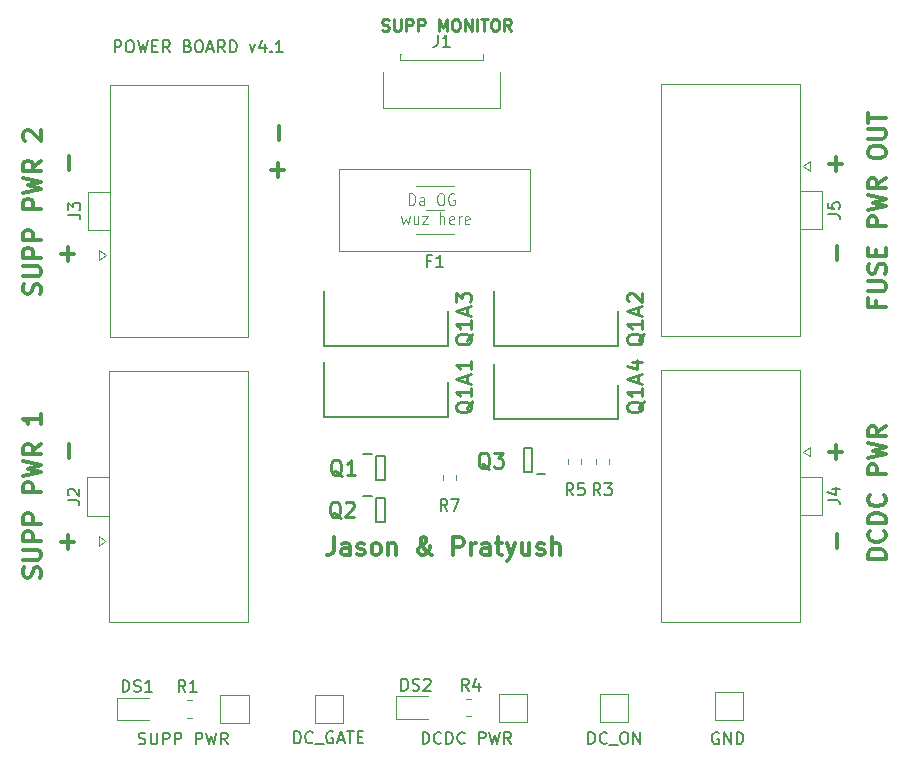
<source format=gbr>
G04 #@! TF.GenerationSoftware,KiCad,Pcbnew,(6.0.8)*
G04 #@! TF.CreationDate,2023-03-10T12:13:24-06:00*
G04 #@! TF.ProjectId,Power-Secondary,506f7765-722d-4536-9563-6f6e64617279,rev?*
G04 #@! TF.SameCoordinates,Original*
G04 #@! TF.FileFunction,Legend,Top*
G04 #@! TF.FilePolarity,Positive*
%FSLAX46Y46*%
G04 Gerber Fmt 4.6, Leading zero omitted, Abs format (unit mm)*
G04 Created by KiCad (PCBNEW (6.0.8)) date 2023-03-10 12:13:24*
%MOMM*%
%LPD*%
G01*
G04 APERTURE LIST*
%ADD10C,0.300000*%
%ADD11C,0.150000*%
%ADD12C,0.050000*%
%ADD13C,0.250000*%
%ADD14C,0.254000*%
%ADD15C,0.120000*%
%ADD16C,0.200000*%
G04 APERTURE END LIST*
D10*
X89344571Y-83927142D02*
X90487428Y-83927142D01*
X89916000Y-84498571D02*
X89916000Y-83355714D01*
D11*
X145034095Y-100084000D02*
X144938857Y-100036380D01*
X144796000Y-100036380D01*
X144653142Y-100084000D01*
X144557904Y-100179238D01*
X144510285Y-100274476D01*
X144462666Y-100464952D01*
X144462666Y-100607809D01*
X144510285Y-100798285D01*
X144557904Y-100893523D01*
X144653142Y-100988761D01*
X144796000Y-101036380D01*
X144891238Y-101036380D01*
X145034095Y-100988761D01*
X145081714Y-100941142D01*
X145081714Y-100607809D01*
X144891238Y-100607809D01*
X145510285Y-101036380D02*
X145510285Y-100036380D01*
X146081714Y-101036380D01*
X146081714Y-100036380D01*
X146557904Y-101036380D02*
X146557904Y-100036380D01*
X146796000Y-100036380D01*
X146938857Y-100084000D01*
X147034095Y-100179238D01*
X147081714Y-100274476D01*
X147129333Y-100464952D01*
X147129333Y-100607809D01*
X147081714Y-100798285D01*
X147034095Y-100893523D01*
X146938857Y-100988761D01*
X146796000Y-101036380D01*
X146557904Y-101036380D01*
D12*
X118850000Y-55397380D02*
X118850000Y-54397380D01*
X119064285Y-54397380D01*
X119192857Y-54445000D01*
X119278571Y-54540238D01*
X119321428Y-54635476D01*
X119364285Y-54825952D01*
X119364285Y-54968809D01*
X119321428Y-55159285D01*
X119278571Y-55254523D01*
X119192857Y-55349761D01*
X119064285Y-55397380D01*
X118850000Y-55397380D01*
X120135714Y-55397380D02*
X120135714Y-54873571D01*
X120092857Y-54778333D01*
X120007142Y-54730714D01*
X119835714Y-54730714D01*
X119750000Y-54778333D01*
X120135714Y-55349761D02*
X120050000Y-55397380D01*
X119835714Y-55397380D01*
X119750000Y-55349761D01*
X119707142Y-55254523D01*
X119707142Y-55159285D01*
X119750000Y-55064047D01*
X119835714Y-55016428D01*
X120050000Y-55016428D01*
X120135714Y-54968809D01*
X121421428Y-54397380D02*
X121592857Y-54397380D01*
X121678571Y-54445000D01*
X121764285Y-54540238D01*
X121807142Y-54730714D01*
X121807142Y-55064047D01*
X121764285Y-55254523D01*
X121678571Y-55349761D01*
X121592857Y-55397380D01*
X121421428Y-55397380D01*
X121335714Y-55349761D01*
X121250000Y-55254523D01*
X121207142Y-55064047D01*
X121207142Y-54730714D01*
X121250000Y-54540238D01*
X121335714Y-54445000D01*
X121421428Y-54397380D01*
X122664285Y-54445000D02*
X122578571Y-54397380D01*
X122450000Y-54397380D01*
X122321428Y-54445000D01*
X122235714Y-54540238D01*
X122192857Y-54635476D01*
X122150000Y-54825952D01*
X122150000Y-54968809D01*
X122192857Y-55159285D01*
X122235714Y-55254523D01*
X122321428Y-55349761D01*
X122450000Y-55397380D01*
X122535714Y-55397380D01*
X122664285Y-55349761D01*
X122707142Y-55302142D01*
X122707142Y-54968809D01*
X122535714Y-54968809D01*
X118185714Y-56340714D02*
X118357142Y-57007380D01*
X118528571Y-56531190D01*
X118700000Y-57007380D01*
X118871428Y-56340714D01*
X119600000Y-56340714D02*
X119600000Y-57007380D01*
X119214285Y-56340714D02*
X119214285Y-56864523D01*
X119257142Y-56959761D01*
X119342857Y-57007380D01*
X119471428Y-57007380D01*
X119557142Y-56959761D01*
X119600000Y-56912142D01*
X119942857Y-56340714D02*
X120414285Y-56340714D01*
X119942857Y-57007380D01*
X120414285Y-57007380D01*
X121442857Y-57007380D02*
X121442857Y-56007380D01*
X121828571Y-57007380D02*
X121828571Y-56483571D01*
X121785714Y-56388333D01*
X121700000Y-56340714D01*
X121571428Y-56340714D01*
X121485714Y-56388333D01*
X121442857Y-56435952D01*
X122600000Y-56959761D02*
X122514285Y-57007380D01*
X122342857Y-57007380D01*
X122257142Y-56959761D01*
X122214285Y-56864523D01*
X122214285Y-56483571D01*
X122257142Y-56388333D01*
X122342857Y-56340714D01*
X122514285Y-56340714D01*
X122600000Y-56388333D01*
X122642857Y-56483571D01*
X122642857Y-56578809D01*
X122214285Y-56674047D01*
X123028571Y-57007380D02*
X123028571Y-56340714D01*
X123028571Y-56531190D02*
X123071428Y-56435952D01*
X123114285Y-56388333D01*
X123200000Y-56340714D01*
X123285714Y-56340714D01*
X123928571Y-56959761D02*
X123842857Y-57007380D01*
X123671428Y-57007380D01*
X123585714Y-56959761D01*
X123542857Y-56864523D01*
X123542857Y-56483571D01*
X123585714Y-56388333D01*
X123671428Y-56340714D01*
X123842857Y-56340714D01*
X123928571Y-56388333D01*
X123971428Y-56483571D01*
X123971428Y-56578809D01*
X123542857Y-56674047D01*
D10*
X87607142Y-62928571D02*
X87678571Y-62714285D01*
X87678571Y-62357142D01*
X87607142Y-62214285D01*
X87535714Y-62142857D01*
X87392857Y-62071428D01*
X87250000Y-62071428D01*
X87107142Y-62142857D01*
X87035714Y-62214285D01*
X86964285Y-62357142D01*
X86892857Y-62642857D01*
X86821428Y-62785714D01*
X86750000Y-62857142D01*
X86607142Y-62928571D01*
X86464285Y-62928571D01*
X86321428Y-62857142D01*
X86250000Y-62785714D01*
X86178571Y-62642857D01*
X86178571Y-62285714D01*
X86250000Y-62071428D01*
X86178571Y-61428571D02*
X87392857Y-61428571D01*
X87535714Y-61357142D01*
X87607142Y-61285714D01*
X87678571Y-61142857D01*
X87678571Y-60857142D01*
X87607142Y-60714285D01*
X87535714Y-60642857D01*
X87392857Y-60571428D01*
X86178571Y-60571428D01*
X87678571Y-59857142D02*
X86178571Y-59857142D01*
X86178571Y-59285714D01*
X86250000Y-59142857D01*
X86321428Y-59071428D01*
X86464285Y-59000000D01*
X86678571Y-59000000D01*
X86821428Y-59071428D01*
X86892857Y-59142857D01*
X86964285Y-59285714D01*
X86964285Y-59857142D01*
X87678571Y-58357142D02*
X86178571Y-58357142D01*
X86178571Y-57785714D01*
X86250000Y-57642857D01*
X86321428Y-57571428D01*
X86464285Y-57500000D01*
X86678571Y-57500000D01*
X86821428Y-57571428D01*
X86892857Y-57642857D01*
X86964285Y-57785714D01*
X86964285Y-58357142D01*
X87678571Y-55714285D02*
X86178571Y-55714285D01*
X86178571Y-55142857D01*
X86250000Y-55000000D01*
X86321428Y-54928571D01*
X86464285Y-54857142D01*
X86678571Y-54857142D01*
X86821428Y-54928571D01*
X86892857Y-55000000D01*
X86964285Y-55142857D01*
X86964285Y-55714285D01*
X86178571Y-54357142D02*
X87678571Y-54000000D01*
X86607142Y-53714285D01*
X87678571Y-53428571D01*
X86178571Y-53071428D01*
X87678571Y-51642857D02*
X86964285Y-52142857D01*
X87678571Y-52500000D02*
X86178571Y-52500000D01*
X86178571Y-51928571D01*
X86250000Y-51785714D01*
X86321428Y-51714285D01*
X86464285Y-51642857D01*
X86678571Y-51642857D01*
X86821428Y-51714285D01*
X86892857Y-51785714D01*
X86964285Y-51928571D01*
X86964285Y-52500000D01*
X86321428Y-49928571D02*
X86250000Y-49857142D01*
X86178571Y-49714285D01*
X86178571Y-49357142D01*
X86250000Y-49214285D01*
X86321428Y-49142857D01*
X86464285Y-49071428D01*
X86607142Y-49071428D01*
X86821428Y-49142857D01*
X87678571Y-50000000D01*
X87678571Y-49071428D01*
X154368571Y-76307142D02*
X155511428Y-76307142D01*
X154940000Y-76878571D02*
X154940000Y-75735714D01*
X107124571Y-52431142D02*
X108267428Y-52431142D01*
X107696000Y-53002571D02*
X107696000Y-51859714D01*
D13*
X116547619Y-40604761D02*
X116690476Y-40652380D01*
X116928571Y-40652380D01*
X117023809Y-40604761D01*
X117071428Y-40557142D01*
X117119047Y-40461904D01*
X117119047Y-40366666D01*
X117071428Y-40271428D01*
X117023809Y-40223809D01*
X116928571Y-40176190D01*
X116738095Y-40128571D01*
X116642857Y-40080952D01*
X116595238Y-40033333D01*
X116547619Y-39938095D01*
X116547619Y-39842857D01*
X116595238Y-39747619D01*
X116642857Y-39700000D01*
X116738095Y-39652380D01*
X116976190Y-39652380D01*
X117119047Y-39700000D01*
X117547619Y-39652380D02*
X117547619Y-40461904D01*
X117595238Y-40557142D01*
X117642857Y-40604761D01*
X117738095Y-40652380D01*
X117928571Y-40652380D01*
X118023809Y-40604761D01*
X118071428Y-40557142D01*
X118119047Y-40461904D01*
X118119047Y-39652380D01*
X118595238Y-40652380D02*
X118595238Y-39652380D01*
X118976190Y-39652380D01*
X119071428Y-39700000D01*
X119119047Y-39747619D01*
X119166666Y-39842857D01*
X119166666Y-39985714D01*
X119119047Y-40080952D01*
X119071428Y-40128571D01*
X118976190Y-40176190D01*
X118595238Y-40176190D01*
X119595238Y-40652380D02*
X119595238Y-39652380D01*
X119976190Y-39652380D01*
X120071428Y-39700000D01*
X120119047Y-39747619D01*
X120166666Y-39842857D01*
X120166666Y-39985714D01*
X120119047Y-40080952D01*
X120071428Y-40128571D01*
X119976190Y-40176190D01*
X119595238Y-40176190D01*
X121357142Y-40652380D02*
X121357142Y-39652380D01*
X121690476Y-40366666D01*
X122023809Y-39652380D01*
X122023809Y-40652380D01*
X122690476Y-39652380D02*
X122880952Y-39652380D01*
X122976190Y-39700000D01*
X123071428Y-39795238D01*
X123119047Y-39985714D01*
X123119047Y-40319047D01*
X123071428Y-40509523D01*
X122976190Y-40604761D01*
X122880952Y-40652380D01*
X122690476Y-40652380D01*
X122595238Y-40604761D01*
X122500000Y-40509523D01*
X122452380Y-40319047D01*
X122452380Y-39985714D01*
X122500000Y-39795238D01*
X122595238Y-39700000D01*
X122690476Y-39652380D01*
X123547619Y-40652380D02*
X123547619Y-39652380D01*
X124119047Y-40652380D01*
X124119047Y-39652380D01*
X124595238Y-40652380D02*
X124595238Y-39652380D01*
X124928571Y-39652380D02*
X125500000Y-39652380D01*
X125214285Y-40652380D02*
X125214285Y-39652380D01*
X126023809Y-39652380D02*
X126214285Y-39652380D01*
X126309523Y-39700000D01*
X126404761Y-39795238D01*
X126452380Y-39985714D01*
X126452380Y-40319047D01*
X126404761Y-40509523D01*
X126309523Y-40604761D01*
X126214285Y-40652380D01*
X126023809Y-40652380D01*
X125928571Y-40604761D01*
X125833333Y-40509523D01*
X125785714Y-40319047D01*
X125785714Y-39985714D01*
X125833333Y-39795238D01*
X125928571Y-39700000D01*
X126023809Y-39652380D01*
X127452380Y-40652380D02*
X127119047Y-40176190D01*
X126880952Y-40652380D02*
X126880952Y-39652380D01*
X127261904Y-39652380D01*
X127357142Y-39700000D01*
X127404761Y-39747619D01*
X127452380Y-39842857D01*
X127452380Y-39985714D01*
X127404761Y-40080952D01*
X127357142Y-40128571D01*
X127261904Y-40176190D01*
X126880952Y-40176190D01*
D11*
X93904761Y-42452380D02*
X93904761Y-41452380D01*
X94285714Y-41452380D01*
X94380952Y-41500000D01*
X94428571Y-41547619D01*
X94476190Y-41642857D01*
X94476190Y-41785714D01*
X94428571Y-41880952D01*
X94380952Y-41928571D01*
X94285714Y-41976190D01*
X93904761Y-41976190D01*
X95095238Y-41452380D02*
X95285714Y-41452380D01*
X95380952Y-41500000D01*
X95476190Y-41595238D01*
X95523809Y-41785714D01*
X95523809Y-42119047D01*
X95476190Y-42309523D01*
X95380952Y-42404761D01*
X95285714Y-42452380D01*
X95095238Y-42452380D01*
X95000000Y-42404761D01*
X94904761Y-42309523D01*
X94857142Y-42119047D01*
X94857142Y-41785714D01*
X94904761Y-41595238D01*
X95000000Y-41500000D01*
X95095238Y-41452380D01*
X95857142Y-41452380D02*
X96095238Y-42452380D01*
X96285714Y-41738095D01*
X96476190Y-42452380D01*
X96714285Y-41452380D01*
X97095238Y-41928571D02*
X97428571Y-41928571D01*
X97571428Y-42452380D02*
X97095238Y-42452380D01*
X97095238Y-41452380D01*
X97571428Y-41452380D01*
X98571428Y-42452380D02*
X98238095Y-41976190D01*
X98000000Y-42452380D02*
X98000000Y-41452380D01*
X98380952Y-41452380D01*
X98476190Y-41500000D01*
X98523809Y-41547619D01*
X98571428Y-41642857D01*
X98571428Y-41785714D01*
X98523809Y-41880952D01*
X98476190Y-41928571D01*
X98380952Y-41976190D01*
X98000000Y-41976190D01*
X100095238Y-41928571D02*
X100238095Y-41976190D01*
X100285714Y-42023809D01*
X100333333Y-42119047D01*
X100333333Y-42261904D01*
X100285714Y-42357142D01*
X100238095Y-42404761D01*
X100142857Y-42452380D01*
X99761904Y-42452380D01*
X99761904Y-41452380D01*
X100095238Y-41452380D01*
X100190476Y-41500000D01*
X100238095Y-41547619D01*
X100285714Y-41642857D01*
X100285714Y-41738095D01*
X100238095Y-41833333D01*
X100190476Y-41880952D01*
X100095238Y-41928571D01*
X99761904Y-41928571D01*
X100952380Y-41452380D02*
X101142857Y-41452380D01*
X101238095Y-41500000D01*
X101333333Y-41595238D01*
X101380952Y-41785714D01*
X101380952Y-42119047D01*
X101333333Y-42309523D01*
X101238095Y-42404761D01*
X101142857Y-42452380D01*
X100952380Y-42452380D01*
X100857142Y-42404761D01*
X100761904Y-42309523D01*
X100714285Y-42119047D01*
X100714285Y-41785714D01*
X100761904Y-41595238D01*
X100857142Y-41500000D01*
X100952380Y-41452380D01*
X101761904Y-42166666D02*
X102238095Y-42166666D01*
X101666666Y-42452380D02*
X102000000Y-41452380D01*
X102333333Y-42452380D01*
X103238095Y-42452380D02*
X102904761Y-41976190D01*
X102666666Y-42452380D02*
X102666666Y-41452380D01*
X103047619Y-41452380D01*
X103142857Y-41500000D01*
X103190476Y-41547619D01*
X103238095Y-41642857D01*
X103238095Y-41785714D01*
X103190476Y-41880952D01*
X103142857Y-41928571D01*
X103047619Y-41976190D01*
X102666666Y-41976190D01*
X103666666Y-42452380D02*
X103666666Y-41452380D01*
X103904761Y-41452380D01*
X104047619Y-41500000D01*
X104142857Y-41595238D01*
X104190476Y-41690476D01*
X104238095Y-41880952D01*
X104238095Y-42023809D01*
X104190476Y-42214285D01*
X104142857Y-42309523D01*
X104047619Y-42404761D01*
X103904761Y-42452380D01*
X103666666Y-42452380D01*
X105333333Y-41785714D02*
X105571428Y-42452380D01*
X105809523Y-41785714D01*
X106619047Y-41785714D02*
X106619047Y-42452380D01*
X106380952Y-41404761D02*
X106142857Y-42119047D01*
X106761904Y-42119047D01*
X107142857Y-42357142D02*
X107190476Y-42404761D01*
X107142857Y-42452380D01*
X107095238Y-42404761D01*
X107142857Y-42357142D01*
X107142857Y-42452380D01*
X108142857Y-42452380D02*
X107571428Y-42452380D01*
X107857142Y-42452380D02*
X107857142Y-41452380D01*
X107761904Y-41595238D01*
X107666666Y-41690476D01*
X107571428Y-41738095D01*
D10*
X90023142Y-76771428D02*
X90023142Y-75628571D01*
X159174571Y-85327428D02*
X157674571Y-85327428D01*
X157674571Y-84970285D01*
X157746000Y-84756000D01*
X157888857Y-84613142D01*
X158031714Y-84541714D01*
X158317428Y-84470285D01*
X158531714Y-84470285D01*
X158817428Y-84541714D01*
X158960285Y-84613142D01*
X159103142Y-84756000D01*
X159174571Y-84970285D01*
X159174571Y-85327428D01*
X159031714Y-82970285D02*
X159103142Y-83041714D01*
X159174571Y-83256000D01*
X159174571Y-83398857D01*
X159103142Y-83613142D01*
X158960285Y-83756000D01*
X158817428Y-83827428D01*
X158531714Y-83898857D01*
X158317428Y-83898857D01*
X158031714Y-83827428D01*
X157888857Y-83756000D01*
X157746000Y-83613142D01*
X157674571Y-83398857D01*
X157674571Y-83256000D01*
X157746000Y-83041714D01*
X157817428Y-82970285D01*
X159174571Y-82327428D02*
X157674571Y-82327428D01*
X157674571Y-81970285D01*
X157746000Y-81756000D01*
X157888857Y-81613142D01*
X158031714Y-81541714D01*
X158317428Y-81470285D01*
X158531714Y-81470285D01*
X158817428Y-81541714D01*
X158960285Y-81613142D01*
X159103142Y-81756000D01*
X159174571Y-81970285D01*
X159174571Y-82327428D01*
X159031714Y-79970285D02*
X159103142Y-80041714D01*
X159174571Y-80256000D01*
X159174571Y-80398857D01*
X159103142Y-80613142D01*
X158960285Y-80756000D01*
X158817428Y-80827428D01*
X158531714Y-80898857D01*
X158317428Y-80898857D01*
X158031714Y-80827428D01*
X157888857Y-80756000D01*
X157746000Y-80613142D01*
X157674571Y-80398857D01*
X157674571Y-80256000D01*
X157746000Y-80041714D01*
X157817428Y-79970285D01*
X159174571Y-78184571D02*
X157674571Y-78184571D01*
X157674571Y-77613142D01*
X157746000Y-77470285D01*
X157817428Y-77398857D01*
X157960285Y-77327428D01*
X158174571Y-77327428D01*
X158317428Y-77398857D01*
X158388857Y-77470285D01*
X158460285Y-77613142D01*
X158460285Y-78184571D01*
X157674571Y-76827428D02*
X159174571Y-76470285D01*
X158103142Y-76184571D01*
X159174571Y-75898857D01*
X157674571Y-75541714D01*
X159174571Y-74113142D02*
X158460285Y-74613142D01*
X159174571Y-74970285D02*
X157674571Y-74970285D01*
X157674571Y-74398857D01*
X157746000Y-74256000D01*
X157817428Y-74184571D01*
X157960285Y-74113142D01*
X158174571Y-74113142D01*
X158317428Y-74184571D01*
X158388857Y-74256000D01*
X158460285Y-74398857D01*
X158460285Y-74970285D01*
X90023142Y-52387428D02*
X90023142Y-51244571D01*
X87607142Y-86928571D02*
X87678571Y-86714285D01*
X87678571Y-86357142D01*
X87607142Y-86214285D01*
X87535714Y-86142857D01*
X87392857Y-86071428D01*
X87250000Y-86071428D01*
X87107142Y-86142857D01*
X87035714Y-86214285D01*
X86964285Y-86357142D01*
X86892857Y-86642857D01*
X86821428Y-86785714D01*
X86750000Y-86857142D01*
X86607142Y-86928571D01*
X86464285Y-86928571D01*
X86321428Y-86857142D01*
X86250000Y-86785714D01*
X86178571Y-86642857D01*
X86178571Y-86285714D01*
X86250000Y-86071428D01*
X86178571Y-85428571D02*
X87392857Y-85428571D01*
X87535714Y-85357142D01*
X87607142Y-85285714D01*
X87678571Y-85142857D01*
X87678571Y-84857142D01*
X87607142Y-84714285D01*
X87535714Y-84642857D01*
X87392857Y-84571428D01*
X86178571Y-84571428D01*
X87678571Y-83857142D02*
X86178571Y-83857142D01*
X86178571Y-83285714D01*
X86250000Y-83142857D01*
X86321428Y-83071428D01*
X86464285Y-83000000D01*
X86678571Y-83000000D01*
X86821428Y-83071428D01*
X86892857Y-83142857D01*
X86964285Y-83285714D01*
X86964285Y-83857142D01*
X87678571Y-82357142D02*
X86178571Y-82357142D01*
X86178571Y-81785714D01*
X86250000Y-81642857D01*
X86321428Y-81571428D01*
X86464285Y-81500000D01*
X86678571Y-81500000D01*
X86821428Y-81571428D01*
X86892857Y-81642857D01*
X86964285Y-81785714D01*
X86964285Y-82357142D01*
X87678571Y-79714285D02*
X86178571Y-79714285D01*
X86178571Y-79142857D01*
X86250000Y-79000000D01*
X86321428Y-78928571D01*
X86464285Y-78857142D01*
X86678571Y-78857142D01*
X86821428Y-78928571D01*
X86892857Y-79000000D01*
X86964285Y-79142857D01*
X86964285Y-79714285D01*
X86178571Y-78357142D02*
X87678571Y-78000000D01*
X86607142Y-77714285D01*
X87678571Y-77428571D01*
X86178571Y-77071428D01*
X87678571Y-75642857D02*
X86964285Y-76142857D01*
X87678571Y-76500000D02*
X86178571Y-76500000D01*
X86178571Y-75928571D01*
X86250000Y-75785714D01*
X86321428Y-75714285D01*
X86464285Y-75642857D01*
X86678571Y-75642857D01*
X86821428Y-75714285D01*
X86892857Y-75785714D01*
X86964285Y-75928571D01*
X86964285Y-76500000D01*
X87678571Y-73071428D02*
X87678571Y-73928571D01*
X87678571Y-73500000D02*
X86178571Y-73500000D01*
X86392857Y-73642857D01*
X86535714Y-73785714D01*
X86607142Y-73928571D01*
X155047142Y-60007428D02*
X155047142Y-58864571D01*
D11*
X95942595Y-101004761D02*
X96085452Y-101052380D01*
X96323547Y-101052380D01*
X96418785Y-101004761D01*
X96466404Y-100957142D01*
X96514023Y-100861904D01*
X96514023Y-100766666D01*
X96466404Y-100671428D01*
X96418785Y-100623809D01*
X96323547Y-100576190D01*
X96133071Y-100528571D01*
X96037833Y-100480952D01*
X95990214Y-100433333D01*
X95942595Y-100338095D01*
X95942595Y-100242857D01*
X95990214Y-100147619D01*
X96037833Y-100100000D01*
X96133071Y-100052380D01*
X96371166Y-100052380D01*
X96514023Y-100100000D01*
X96942595Y-100052380D02*
X96942595Y-100861904D01*
X96990214Y-100957142D01*
X97037833Y-101004761D01*
X97133071Y-101052380D01*
X97323547Y-101052380D01*
X97418785Y-101004761D01*
X97466404Y-100957142D01*
X97514023Y-100861904D01*
X97514023Y-100052380D01*
X97990214Y-101052380D02*
X97990214Y-100052380D01*
X98371166Y-100052380D01*
X98466404Y-100100000D01*
X98514023Y-100147619D01*
X98561642Y-100242857D01*
X98561642Y-100385714D01*
X98514023Y-100480952D01*
X98466404Y-100528571D01*
X98371166Y-100576190D01*
X97990214Y-100576190D01*
X98990214Y-101052380D02*
X98990214Y-100052380D01*
X99371166Y-100052380D01*
X99466404Y-100100000D01*
X99514023Y-100147619D01*
X99561642Y-100242857D01*
X99561642Y-100385714D01*
X99514023Y-100480952D01*
X99466404Y-100528571D01*
X99371166Y-100576190D01*
X98990214Y-100576190D01*
X100752119Y-101052380D02*
X100752119Y-100052380D01*
X101133071Y-100052380D01*
X101228309Y-100100000D01*
X101275928Y-100147619D01*
X101323547Y-100242857D01*
X101323547Y-100385714D01*
X101275928Y-100480952D01*
X101228309Y-100528571D01*
X101133071Y-100576190D01*
X100752119Y-100576190D01*
X101656880Y-100052380D02*
X101894976Y-101052380D01*
X102085452Y-100338095D01*
X102275928Y-101052380D01*
X102514023Y-100052380D01*
X103466404Y-101052380D02*
X103133071Y-100576190D01*
X102894976Y-101052380D02*
X102894976Y-100052380D01*
X103275928Y-100052380D01*
X103371166Y-100100000D01*
X103418785Y-100147619D01*
X103466404Y-100242857D01*
X103466404Y-100385714D01*
X103418785Y-100480952D01*
X103371166Y-100528571D01*
X103275928Y-100576190D01*
X102894976Y-100576190D01*
D10*
X112442857Y-83528571D02*
X112442857Y-84600000D01*
X112371428Y-84814285D01*
X112228571Y-84957142D01*
X112014285Y-85028571D01*
X111871428Y-85028571D01*
X113800000Y-85028571D02*
X113800000Y-84242857D01*
X113728571Y-84100000D01*
X113585714Y-84028571D01*
X113300000Y-84028571D01*
X113157142Y-84100000D01*
X113800000Y-84957142D02*
X113657142Y-85028571D01*
X113300000Y-85028571D01*
X113157142Y-84957142D01*
X113085714Y-84814285D01*
X113085714Y-84671428D01*
X113157142Y-84528571D01*
X113300000Y-84457142D01*
X113657142Y-84457142D01*
X113800000Y-84385714D01*
X114442857Y-84957142D02*
X114585714Y-85028571D01*
X114871428Y-85028571D01*
X115014285Y-84957142D01*
X115085714Y-84814285D01*
X115085714Y-84742857D01*
X115014285Y-84600000D01*
X114871428Y-84528571D01*
X114657142Y-84528571D01*
X114514285Y-84457142D01*
X114442857Y-84314285D01*
X114442857Y-84242857D01*
X114514285Y-84100000D01*
X114657142Y-84028571D01*
X114871428Y-84028571D01*
X115014285Y-84100000D01*
X115942857Y-85028571D02*
X115800000Y-84957142D01*
X115728571Y-84885714D01*
X115657142Y-84742857D01*
X115657142Y-84314285D01*
X115728571Y-84171428D01*
X115800000Y-84100000D01*
X115942857Y-84028571D01*
X116157142Y-84028571D01*
X116300000Y-84100000D01*
X116371428Y-84171428D01*
X116442857Y-84314285D01*
X116442857Y-84742857D01*
X116371428Y-84885714D01*
X116300000Y-84957142D01*
X116157142Y-85028571D01*
X115942857Y-85028571D01*
X117085714Y-84028571D02*
X117085714Y-85028571D01*
X117085714Y-84171428D02*
X117157142Y-84100000D01*
X117300000Y-84028571D01*
X117514285Y-84028571D01*
X117657142Y-84100000D01*
X117728571Y-84242857D01*
X117728571Y-85028571D01*
X120800000Y-85028571D02*
X120728571Y-85028571D01*
X120585714Y-84957142D01*
X120371428Y-84742857D01*
X120014285Y-84314285D01*
X119871428Y-84100000D01*
X119800000Y-83885714D01*
X119800000Y-83742857D01*
X119871428Y-83600000D01*
X120014285Y-83528571D01*
X120085714Y-83528571D01*
X120228571Y-83600000D01*
X120300000Y-83742857D01*
X120300000Y-83814285D01*
X120228571Y-83957142D01*
X120157142Y-84028571D01*
X119728571Y-84314285D01*
X119657142Y-84385714D01*
X119585714Y-84528571D01*
X119585714Y-84742857D01*
X119657142Y-84885714D01*
X119728571Y-84957142D01*
X119871428Y-85028571D01*
X120085714Y-85028571D01*
X120228571Y-84957142D01*
X120300000Y-84885714D01*
X120514285Y-84600000D01*
X120585714Y-84385714D01*
X120585714Y-84242857D01*
X122585714Y-85028571D02*
X122585714Y-83528571D01*
X123157142Y-83528571D01*
X123300000Y-83600000D01*
X123371428Y-83671428D01*
X123442857Y-83814285D01*
X123442857Y-84028571D01*
X123371428Y-84171428D01*
X123300000Y-84242857D01*
X123157142Y-84314285D01*
X122585714Y-84314285D01*
X124085714Y-85028571D02*
X124085714Y-84028571D01*
X124085714Y-84314285D02*
X124157142Y-84171428D01*
X124228571Y-84100000D01*
X124371428Y-84028571D01*
X124514285Y-84028571D01*
X125657142Y-85028571D02*
X125657142Y-84242857D01*
X125585714Y-84100000D01*
X125442857Y-84028571D01*
X125157142Y-84028571D01*
X125014285Y-84100000D01*
X125657142Y-84957142D02*
X125514285Y-85028571D01*
X125157142Y-85028571D01*
X125014285Y-84957142D01*
X124942857Y-84814285D01*
X124942857Y-84671428D01*
X125014285Y-84528571D01*
X125157142Y-84457142D01*
X125514285Y-84457142D01*
X125657142Y-84385714D01*
X126157142Y-84028571D02*
X126728571Y-84028571D01*
X126371428Y-83528571D02*
X126371428Y-84814285D01*
X126442857Y-84957142D01*
X126585714Y-85028571D01*
X126728571Y-85028571D01*
X127085714Y-84028571D02*
X127442857Y-85028571D01*
X127800000Y-84028571D02*
X127442857Y-85028571D01*
X127300000Y-85385714D01*
X127228571Y-85457142D01*
X127085714Y-85528571D01*
X129014285Y-84028571D02*
X129014285Y-85028571D01*
X128371428Y-84028571D02*
X128371428Y-84814285D01*
X128442857Y-84957142D01*
X128585714Y-85028571D01*
X128800000Y-85028571D01*
X128942857Y-84957142D01*
X129014285Y-84885714D01*
X129657142Y-84957142D02*
X129800000Y-85028571D01*
X130085714Y-85028571D01*
X130228571Y-84957142D01*
X130300000Y-84814285D01*
X130300000Y-84742857D01*
X130228571Y-84600000D01*
X130085714Y-84528571D01*
X129871428Y-84528571D01*
X129728571Y-84457142D01*
X129657142Y-84314285D01*
X129657142Y-84242857D01*
X129728571Y-84100000D01*
X129871428Y-84028571D01*
X130085714Y-84028571D01*
X130228571Y-84100000D01*
X130942857Y-85028571D02*
X130942857Y-83528571D01*
X131585714Y-85028571D02*
X131585714Y-84242857D01*
X131514285Y-84100000D01*
X131371428Y-84028571D01*
X131157142Y-84028571D01*
X131014285Y-84100000D01*
X130942857Y-84171428D01*
X154368571Y-51923142D02*
X155511428Y-51923142D01*
X154940000Y-52494571D02*
X154940000Y-51351714D01*
X107803142Y-49847428D02*
X107803142Y-48704571D01*
X89344571Y-59543142D02*
X90487428Y-59543142D01*
X89916000Y-60114571D02*
X89916000Y-58971714D01*
X155047142Y-84391428D02*
X155047142Y-83248571D01*
D11*
X119971214Y-101002380D02*
X119971214Y-100002380D01*
X120209309Y-100002380D01*
X120352166Y-100050000D01*
X120447404Y-100145238D01*
X120495023Y-100240476D01*
X120542642Y-100430952D01*
X120542642Y-100573809D01*
X120495023Y-100764285D01*
X120447404Y-100859523D01*
X120352166Y-100954761D01*
X120209309Y-101002380D01*
X119971214Y-101002380D01*
X121542642Y-100907142D02*
X121495023Y-100954761D01*
X121352166Y-101002380D01*
X121256928Y-101002380D01*
X121114071Y-100954761D01*
X121018833Y-100859523D01*
X120971214Y-100764285D01*
X120923595Y-100573809D01*
X120923595Y-100430952D01*
X120971214Y-100240476D01*
X121018833Y-100145238D01*
X121114071Y-100050000D01*
X121256928Y-100002380D01*
X121352166Y-100002380D01*
X121495023Y-100050000D01*
X121542642Y-100097619D01*
X121971214Y-101002380D02*
X121971214Y-100002380D01*
X122209309Y-100002380D01*
X122352166Y-100050000D01*
X122447404Y-100145238D01*
X122495023Y-100240476D01*
X122542642Y-100430952D01*
X122542642Y-100573809D01*
X122495023Y-100764285D01*
X122447404Y-100859523D01*
X122352166Y-100954761D01*
X122209309Y-101002380D01*
X121971214Y-101002380D01*
X123542642Y-100907142D02*
X123495023Y-100954761D01*
X123352166Y-101002380D01*
X123256928Y-101002380D01*
X123114071Y-100954761D01*
X123018833Y-100859523D01*
X122971214Y-100764285D01*
X122923595Y-100573809D01*
X122923595Y-100430952D01*
X122971214Y-100240476D01*
X123018833Y-100145238D01*
X123114071Y-100050000D01*
X123256928Y-100002380D01*
X123352166Y-100002380D01*
X123495023Y-100050000D01*
X123542642Y-100097619D01*
X124733119Y-101002380D02*
X124733119Y-100002380D01*
X125114071Y-100002380D01*
X125209309Y-100050000D01*
X125256928Y-100097619D01*
X125304547Y-100192857D01*
X125304547Y-100335714D01*
X125256928Y-100430952D01*
X125209309Y-100478571D01*
X125114071Y-100526190D01*
X124733119Y-100526190D01*
X125637880Y-100002380D02*
X125875976Y-101002380D01*
X126066452Y-100288095D01*
X126256928Y-101002380D01*
X126495023Y-100002380D01*
X127447404Y-101002380D02*
X127114071Y-100526190D01*
X126875976Y-101002380D02*
X126875976Y-100002380D01*
X127256928Y-100002380D01*
X127352166Y-100050000D01*
X127399785Y-100097619D01*
X127447404Y-100192857D01*
X127447404Y-100335714D01*
X127399785Y-100430952D01*
X127352166Y-100478571D01*
X127256928Y-100526190D01*
X126875976Y-100526190D01*
D10*
X158388857Y-63487142D02*
X158388857Y-63987142D01*
X159174571Y-63987142D02*
X157674571Y-63987142D01*
X157674571Y-63272857D01*
X157674571Y-62701428D02*
X158888857Y-62701428D01*
X159031714Y-62630000D01*
X159103142Y-62558571D01*
X159174571Y-62415714D01*
X159174571Y-62130000D01*
X159103142Y-61987142D01*
X159031714Y-61915714D01*
X158888857Y-61844285D01*
X157674571Y-61844285D01*
X159103142Y-61201428D02*
X159174571Y-60987142D01*
X159174571Y-60630000D01*
X159103142Y-60487142D01*
X159031714Y-60415714D01*
X158888857Y-60344285D01*
X158746000Y-60344285D01*
X158603142Y-60415714D01*
X158531714Y-60487142D01*
X158460285Y-60630000D01*
X158388857Y-60915714D01*
X158317428Y-61058571D01*
X158246000Y-61130000D01*
X158103142Y-61201428D01*
X157960285Y-61201428D01*
X157817428Y-61130000D01*
X157746000Y-61058571D01*
X157674571Y-60915714D01*
X157674571Y-60558571D01*
X157746000Y-60344285D01*
X158388857Y-59701428D02*
X158388857Y-59201428D01*
X159174571Y-58987142D02*
X159174571Y-59701428D01*
X157674571Y-59701428D01*
X157674571Y-58987142D01*
X159174571Y-57201428D02*
X157674571Y-57201428D01*
X157674571Y-56630000D01*
X157746000Y-56487142D01*
X157817428Y-56415714D01*
X157960285Y-56344285D01*
X158174571Y-56344285D01*
X158317428Y-56415714D01*
X158388857Y-56487142D01*
X158460285Y-56630000D01*
X158460285Y-57201428D01*
X157674571Y-55844285D02*
X159174571Y-55487142D01*
X158103142Y-55201428D01*
X159174571Y-54915714D01*
X157674571Y-54558571D01*
X159174571Y-53130000D02*
X158460285Y-53630000D01*
X159174571Y-53987142D02*
X157674571Y-53987142D01*
X157674571Y-53415714D01*
X157746000Y-53272857D01*
X157817428Y-53201428D01*
X157960285Y-53130000D01*
X158174571Y-53130000D01*
X158317428Y-53201428D01*
X158388857Y-53272857D01*
X158460285Y-53415714D01*
X158460285Y-53987142D01*
X157674571Y-51058571D02*
X157674571Y-50772857D01*
X157746000Y-50630000D01*
X157888857Y-50487142D01*
X158174571Y-50415714D01*
X158674571Y-50415714D01*
X158960285Y-50487142D01*
X159103142Y-50630000D01*
X159174571Y-50772857D01*
X159174571Y-51058571D01*
X159103142Y-51201428D01*
X158960285Y-51344285D01*
X158674571Y-51415714D01*
X158174571Y-51415714D01*
X157888857Y-51344285D01*
X157746000Y-51201428D01*
X157674571Y-51058571D01*
X157674571Y-49772857D02*
X158888857Y-49772857D01*
X159031714Y-49701428D01*
X159103142Y-49630000D01*
X159174571Y-49487142D01*
X159174571Y-49201428D01*
X159103142Y-49058571D01*
X159031714Y-48987142D01*
X158888857Y-48915714D01*
X157674571Y-48915714D01*
X157674571Y-48415714D02*
X157674571Y-47558571D01*
X159174571Y-47987142D02*
X157674571Y-47987142D01*
D11*
X123900397Y-96497380D02*
X123567064Y-96021190D01*
X123328968Y-96497380D02*
X123328968Y-95497380D01*
X123709921Y-95497380D01*
X123805159Y-95545000D01*
X123852778Y-95592619D01*
X123900397Y-95687857D01*
X123900397Y-95830714D01*
X123852778Y-95925952D01*
X123805159Y-95973571D01*
X123709921Y-96021190D01*
X123328968Y-96021190D01*
X124757540Y-95830714D02*
X124757540Y-96497380D01*
X124519444Y-95449761D02*
X124281349Y-96164047D01*
X124900397Y-96164047D01*
X122083333Y-81302380D02*
X121750000Y-80826190D01*
X121511904Y-81302380D02*
X121511904Y-80302380D01*
X121892857Y-80302380D01*
X121988095Y-80350000D01*
X122035714Y-80397619D01*
X122083333Y-80492857D01*
X122083333Y-80635714D01*
X122035714Y-80730952D01*
X121988095Y-80778571D01*
X121892857Y-80826190D01*
X121511904Y-80826190D01*
X122416666Y-80302380D02*
X123083333Y-80302380D01*
X122654761Y-81302380D01*
X120666666Y-60098571D02*
X120333333Y-60098571D01*
X120333333Y-60622380D02*
X120333333Y-59622380D01*
X120809523Y-59622380D01*
X121714285Y-60622380D02*
X121142857Y-60622380D01*
X121428571Y-60622380D02*
X121428571Y-59622380D01*
X121333333Y-59765238D01*
X121238095Y-59860476D01*
X121142857Y-59908095D01*
X134009523Y-101002380D02*
X134009523Y-100002380D01*
X134247619Y-100002380D01*
X134390476Y-100050000D01*
X134485714Y-100145238D01*
X134533333Y-100240476D01*
X134580952Y-100430952D01*
X134580952Y-100573809D01*
X134533333Y-100764285D01*
X134485714Y-100859523D01*
X134390476Y-100954761D01*
X134247619Y-101002380D01*
X134009523Y-101002380D01*
X135580952Y-100907142D02*
X135533333Y-100954761D01*
X135390476Y-101002380D01*
X135295238Y-101002380D01*
X135152380Y-100954761D01*
X135057142Y-100859523D01*
X135009523Y-100764285D01*
X134961904Y-100573809D01*
X134961904Y-100430952D01*
X135009523Y-100240476D01*
X135057142Y-100145238D01*
X135152380Y-100050000D01*
X135295238Y-100002380D01*
X135390476Y-100002380D01*
X135533333Y-100050000D01*
X135580952Y-100097619D01*
X135771428Y-101097619D02*
X136533333Y-101097619D01*
X136961904Y-100002380D02*
X137152380Y-100002380D01*
X137247619Y-100050000D01*
X137342857Y-100145238D01*
X137390476Y-100335714D01*
X137390476Y-100669047D01*
X137342857Y-100859523D01*
X137247619Y-100954761D01*
X137152380Y-101002380D01*
X136961904Y-101002380D01*
X136866666Y-100954761D01*
X136771428Y-100859523D01*
X136723809Y-100669047D01*
X136723809Y-100335714D01*
X136771428Y-100145238D01*
X136866666Y-100050000D01*
X136961904Y-100002380D01*
X137819047Y-101002380D02*
X137819047Y-100002380D01*
X138390476Y-101002380D01*
X138390476Y-100002380D01*
D14*
X138695476Y-72020000D02*
X138635000Y-72140952D01*
X138514047Y-72261904D01*
X138332619Y-72443333D01*
X138272142Y-72564285D01*
X138272142Y-72685238D01*
X138574523Y-72624761D02*
X138514047Y-72745714D01*
X138393095Y-72866666D01*
X138151190Y-72927142D01*
X137727857Y-72927142D01*
X137485952Y-72866666D01*
X137365000Y-72745714D01*
X137304523Y-72624761D01*
X137304523Y-72382857D01*
X137365000Y-72261904D01*
X137485952Y-72140952D01*
X137727857Y-72080476D01*
X138151190Y-72080476D01*
X138393095Y-72140952D01*
X138514047Y-72261904D01*
X138574523Y-72382857D01*
X138574523Y-72624761D01*
X138574523Y-70870952D02*
X138574523Y-71596666D01*
X138574523Y-71233809D02*
X137304523Y-71233809D01*
X137485952Y-71354761D01*
X137606904Y-71475714D01*
X137667380Y-71596666D01*
X138211666Y-70387142D02*
X138211666Y-69782380D01*
X138574523Y-70508095D02*
X137304523Y-70084761D01*
X138574523Y-69661428D01*
X137727857Y-68693809D02*
X138574523Y-68693809D01*
X137244047Y-68996190D02*
X138151190Y-69298571D01*
X138151190Y-68512380D01*
X113129047Y-78345476D02*
X113008095Y-78285000D01*
X112887142Y-78164047D01*
X112705714Y-77982619D01*
X112584761Y-77922142D01*
X112463809Y-77922142D01*
X112524285Y-78224523D02*
X112403333Y-78164047D01*
X112282380Y-78043095D01*
X112221904Y-77801190D01*
X112221904Y-77377857D01*
X112282380Y-77135952D01*
X112403333Y-77015000D01*
X112524285Y-76954523D01*
X112766190Y-76954523D01*
X112887142Y-77015000D01*
X113008095Y-77135952D01*
X113068571Y-77377857D01*
X113068571Y-77801190D01*
X113008095Y-78043095D01*
X112887142Y-78164047D01*
X112766190Y-78224523D01*
X112524285Y-78224523D01*
X114278095Y-78224523D02*
X113552380Y-78224523D01*
X113915238Y-78224523D02*
X113915238Y-76954523D01*
X113794285Y-77135952D01*
X113673333Y-77256904D01*
X113552380Y-77317380D01*
X124195476Y-72020000D02*
X124135000Y-72140952D01*
X124014047Y-72261904D01*
X123832619Y-72443333D01*
X123772142Y-72564285D01*
X123772142Y-72685238D01*
X124074523Y-72624761D02*
X124014047Y-72745714D01*
X123893095Y-72866666D01*
X123651190Y-72927142D01*
X123227857Y-72927142D01*
X122985952Y-72866666D01*
X122865000Y-72745714D01*
X122804523Y-72624761D01*
X122804523Y-72382857D01*
X122865000Y-72261904D01*
X122985952Y-72140952D01*
X123227857Y-72080476D01*
X123651190Y-72080476D01*
X123893095Y-72140952D01*
X124014047Y-72261904D01*
X124074523Y-72382857D01*
X124074523Y-72624761D01*
X124074523Y-70870952D02*
X124074523Y-71596666D01*
X124074523Y-71233809D02*
X122804523Y-71233809D01*
X122985952Y-71354761D01*
X123106904Y-71475714D01*
X123167380Y-71596666D01*
X123711666Y-70387142D02*
X123711666Y-69782380D01*
X124074523Y-70508095D02*
X122804523Y-70084761D01*
X124074523Y-69661428D01*
X124074523Y-68572857D02*
X124074523Y-69298571D01*
X124074523Y-68935714D02*
X122804523Y-68935714D01*
X122985952Y-69056666D01*
X123106904Y-69177619D01*
X123167380Y-69298571D01*
D11*
X121266666Y-40967380D02*
X121266666Y-41681666D01*
X121219047Y-41824523D01*
X121123809Y-41919761D01*
X120980952Y-41967380D01*
X120885714Y-41967380D01*
X122266666Y-41967380D02*
X121695238Y-41967380D01*
X121980952Y-41967380D02*
X121980952Y-40967380D01*
X121885714Y-41110238D01*
X121790476Y-41205476D01*
X121695238Y-41253095D01*
X135033333Y-79952380D02*
X134700000Y-79476190D01*
X134461904Y-79952380D02*
X134461904Y-78952380D01*
X134842857Y-78952380D01*
X134938095Y-79000000D01*
X134985714Y-79047619D01*
X135033333Y-79142857D01*
X135033333Y-79285714D01*
X134985714Y-79380952D01*
X134938095Y-79428571D01*
X134842857Y-79476190D01*
X134461904Y-79476190D01*
X135366666Y-78952380D02*
X135985714Y-78952380D01*
X135652380Y-79333333D01*
X135795238Y-79333333D01*
X135890476Y-79380952D01*
X135938095Y-79428571D01*
X135985714Y-79523809D01*
X135985714Y-79761904D01*
X135938095Y-79857142D01*
X135890476Y-79904761D01*
X135795238Y-79952380D01*
X135509523Y-79952380D01*
X135414285Y-79904761D01*
X135366666Y-79857142D01*
D14*
X125629047Y-77745476D02*
X125508095Y-77685000D01*
X125387142Y-77564047D01*
X125205714Y-77382619D01*
X125084761Y-77322142D01*
X124963809Y-77322142D01*
X125024285Y-77624523D02*
X124903333Y-77564047D01*
X124782380Y-77443095D01*
X124721904Y-77201190D01*
X124721904Y-76777857D01*
X124782380Y-76535952D01*
X124903333Y-76415000D01*
X125024285Y-76354523D01*
X125266190Y-76354523D01*
X125387142Y-76415000D01*
X125508095Y-76535952D01*
X125568571Y-76777857D01*
X125568571Y-77201190D01*
X125508095Y-77443095D01*
X125387142Y-77564047D01*
X125266190Y-77624523D01*
X125024285Y-77624523D01*
X125991904Y-76354523D02*
X126778095Y-76354523D01*
X126354761Y-76838333D01*
X126536190Y-76838333D01*
X126657142Y-76898809D01*
X126717619Y-76959285D01*
X126778095Y-77080238D01*
X126778095Y-77382619D01*
X126717619Y-77503571D01*
X126657142Y-77564047D01*
X126536190Y-77624523D01*
X126173333Y-77624523D01*
X126052380Y-77564047D01*
X125991904Y-77503571D01*
D11*
X118180714Y-96497380D02*
X118180714Y-95497380D01*
X118418809Y-95497380D01*
X118561666Y-95545000D01*
X118656904Y-95640238D01*
X118704523Y-95735476D01*
X118752142Y-95925952D01*
X118752142Y-96068809D01*
X118704523Y-96259285D01*
X118656904Y-96354523D01*
X118561666Y-96449761D01*
X118418809Y-96497380D01*
X118180714Y-96497380D01*
X119133095Y-96449761D02*
X119275952Y-96497380D01*
X119514047Y-96497380D01*
X119609285Y-96449761D01*
X119656904Y-96402142D01*
X119704523Y-96306904D01*
X119704523Y-96211666D01*
X119656904Y-96116428D01*
X119609285Y-96068809D01*
X119514047Y-96021190D01*
X119323571Y-95973571D01*
X119228333Y-95925952D01*
X119180714Y-95878333D01*
X119133095Y-95783095D01*
X119133095Y-95687857D01*
X119180714Y-95592619D01*
X119228333Y-95545000D01*
X119323571Y-95497380D01*
X119561666Y-95497380D01*
X119704523Y-95545000D01*
X120085476Y-95592619D02*
X120133095Y-95545000D01*
X120228333Y-95497380D01*
X120466428Y-95497380D01*
X120561666Y-95545000D01*
X120609285Y-95592619D01*
X120656904Y-95687857D01*
X120656904Y-95783095D01*
X120609285Y-95925952D01*
X120037857Y-96497380D01*
X120656904Y-96497380D01*
X109095238Y-100952380D02*
X109095238Y-99952380D01*
X109333333Y-99952380D01*
X109476190Y-100000000D01*
X109571428Y-100095238D01*
X109619047Y-100190476D01*
X109666666Y-100380952D01*
X109666666Y-100523809D01*
X109619047Y-100714285D01*
X109571428Y-100809523D01*
X109476190Y-100904761D01*
X109333333Y-100952380D01*
X109095238Y-100952380D01*
X110666666Y-100857142D02*
X110619047Y-100904761D01*
X110476190Y-100952380D01*
X110380952Y-100952380D01*
X110238095Y-100904761D01*
X110142857Y-100809523D01*
X110095238Y-100714285D01*
X110047619Y-100523809D01*
X110047619Y-100380952D01*
X110095238Y-100190476D01*
X110142857Y-100095238D01*
X110238095Y-100000000D01*
X110380952Y-99952380D01*
X110476190Y-99952380D01*
X110619047Y-100000000D01*
X110666666Y-100047619D01*
X110857142Y-101047619D02*
X111619047Y-101047619D01*
X112380952Y-100000000D02*
X112285714Y-99952380D01*
X112142857Y-99952380D01*
X112000000Y-100000000D01*
X111904761Y-100095238D01*
X111857142Y-100190476D01*
X111809523Y-100380952D01*
X111809523Y-100523809D01*
X111857142Y-100714285D01*
X111904761Y-100809523D01*
X112000000Y-100904761D01*
X112142857Y-100952380D01*
X112238095Y-100952380D01*
X112380952Y-100904761D01*
X112428571Y-100857142D01*
X112428571Y-100523809D01*
X112238095Y-100523809D01*
X112809523Y-100666666D02*
X113285714Y-100666666D01*
X112714285Y-100952380D02*
X113047619Y-99952380D01*
X113380952Y-100952380D01*
X113571428Y-99952380D02*
X114142857Y-99952380D01*
X113857142Y-100952380D02*
X113857142Y-99952380D01*
X114476190Y-100428571D02*
X114809523Y-100428571D01*
X114952380Y-100952380D02*
X114476190Y-100952380D01*
X114476190Y-99952380D01*
X114952380Y-99952380D01*
X132733333Y-79952380D02*
X132400000Y-79476190D01*
X132161904Y-79952380D02*
X132161904Y-78952380D01*
X132542857Y-78952380D01*
X132638095Y-79000000D01*
X132685714Y-79047619D01*
X132733333Y-79142857D01*
X132733333Y-79285714D01*
X132685714Y-79380952D01*
X132638095Y-79428571D01*
X132542857Y-79476190D01*
X132161904Y-79476190D01*
X133638095Y-78952380D02*
X133161904Y-78952380D01*
X133114285Y-79428571D01*
X133161904Y-79380952D01*
X133257142Y-79333333D01*
X133495238Y-79333333D01*
X133590476Y-79380952D01*
X133638095Y-79428571D01*
X133685714Y-79523809D01*
X133685714Y-79761904D01*
X133638095Y-79857142D01*
X133590476Y-79904761D01*
X133495238Y-79952380D01*
X133257142Y-79952380D01*
X133161904Y-79904761D01*
X133114285Y-79857142D01*
X99898333Y-96597380D02*
X99565000Y-96121190D01*
X99326904Y-96597380D02*
X99326904Y-95597380D01*
X99707857Y-95597380D01*
X99803095Y-95645000D01*
X99850714Y-95692619D01*
X99898333Y-95787857D01*
X99898333Y-95930714D01*
X99850714Y-96025952D01*
X99803095Y-96073571D01*
X99707857Y-96121190D01*
X99326904Y-96121190D01*
X100850714Y-96597380D02*
X100279285Y-96597380D01*
X100565000Y-96597380D02*
X100565000Y-95597380D01*
X100469761Y-95740238D01*
X100374523Y-95835476D01*
X100279285Y-95883095D01*
X154297380Y-56153333D02*
X155011666Y-56153333D01*
X155154523Y-56200952D01*
X155249761Y-56296190D01*
X155297380Y-56439047D01*
X155297380Y-56534285D01*
X154297380Y-55200952D02*
X154297380Y-55677142D01*
X154773571Y-55724761D01*
X154725952Y-55677142D01*
X154678333Y-55581904D01*
X154678333Y-55343809D01*
X154725952Y-55248571D01*
X154773571Y-55200952D01*
X154868809Y-55153333D01*
X155106904Y-55153333D01*
X155202142Y-55200952D01*
X155249761Y-55248571D01*
X155297380Y-55343809D01*
X155297380Y-55581904D01*
X155249761Y-55677142D01*
X155202142Y-55724761D01*
X89987380Y-56208333D02*
X90701666Y-56208333D01*
X90844523Y-56255952D01*
X90939761Y-56351190D01*
X90987380Y-56494047D01*
X90987380Y-56589285D01*
X89987380Y-55827380D02*
X89987380Y-55208333D01*
X90368333Y-55541666D01*
X90368333Y-55398809D01*
X90415952Y-55303571D01*
X90463571Y-55255952D01*
X90558809Y-55208333D01*
X90796904Y-55208333D01*
X90892142Y-55255952D01*
X90939761Y-55303571D01*
X90987380Y-55398809D01*
X90987380Y-55684523D01*
X90939761Y-55779761D01*
X90892142Y-55827380D01*
X154297380Y-80348333D02*
X155011666Y-80348333D01*
X155154523Y-80395952D01*
X155249761Y-80491190D01*
X155297380Y-80634047D01*
X155297380Y-80729285D01*
X154630714Y-79443571D02*
X155297380Y-79443571D01*
X154249761Y-79681666D02*
X154964047Y-79919761D01*
X154964047Y-79300714D01*
D14*
X124195476Y-66270000D02*
X124135000Y-66390952D01*
X124014047Y-66511904D01*
X123832619Y-66693333D01*
X123772142Y-66814285D01*
X123772142Y-66935238D01*
X124074523Y-66874761D02*
X124014047Y-66995714D01*
X123893095Y-67116666D01*
X123651190Y-67177142D01*
X123227857Y-67177142D01*
X122985952Y-67116666D01*
X122865000Y-66995714D01*
X122804523Y-66874761D01*
X122804523Y-66632857D01*
X122865000Y-66511904D01*
X122985952Y-66390952D01*
X123227857Y-66330476D01*
X123651190Y-66330476D01*
X123893095Y-66390952D01*
X124014047Y-66511904D01*
X124074523Y-66632857D01*
X124074523Y-66874761D01*
X124074523Y-65120952D02*
X124074523Y-65846666D01*
X124074523Y-65483809D02*
X122804523Y-65483809D01*
X122985952Y-65604761D01*
X123106904Y-65725714D01*
X123167380Y-65846666D01*
X123711666Y-64637142D02*
X123711666Y-64032380D01*
X124074523Y-64758095D02*
X122804523Y-64334761D01*
X124074523Y-63911428D01*
X122804523Y-63609047D02*
X122804523Y-62822857D01*
X123288333Y-63246190D01*
X123288333Y-63064761D01*
X123348809Y-62943809D01*
X123409285Y-62883333D01*
X123530238Y-62822857D01*
X123832619Y-62822857D01*
X123953571Y-62883333D01*
X124014047Y-62943809D01*
X124074523Y-63064761D01*
X124074523Y-63427619D01*
X124014047Y-63548571D01*
X123953571Y-63609047D01*
D11*
X89922380Y-80403333D02*
X90636666Y-80403333D01*
X90779523Y-80450952D01*
X90874761Y-80546190D01*
X90922380Y-80689047D01*
X90922380Y-80784285D01*
X90017619Y-79974761D02*
X89970000Y-79927142D01*
X89922380Y-79831904D01*
X89922380Y-79593809D01*
X89970000Y-79498571D01*
X90017619Y-79450952D01*
X90112857Y-79403333D01*
X90208095Y-79403333D01*
X90350952Y-79450952D01*
X90922380Y-80022380D01*
X90922380Y-79403333D01*
D14*
X138695476Y-66270000D02*
X138635000Y-66390952D01*
X138514047Y-66511904D01*
X138332619Y-66693333D01*
X138272142Y-66814285D01*
X138272142Y-66935238D01*
X138574523Y-66874761D02*
X138514047Y-66995714D01*
X138393095Y-67116666D01*
X138151190Y-67177142D01*
X137727857Y-67177142D01*
X137485952Y-67116666D01*
X137365000Y-66995714D01*
X137304523Y-66874761D01*
X137304523Y-66632857D01*
X137365000Y-66511904D01*
X137485952Y-66390952D01*
X137727857Y-66330476D01*
X138151190Y-66330476D01*
X138393095Y-66390952D01*
X138514047Y-66511904D01*
X138574523Y-66632857D01*
X138574523Y-66874761D01*
X138574523Y-65120952D02*
X138574523Y-65846666D01*
X138574523Y-65483809D02*
X137304523Y-65483809D01*
X137485952Y-65604761D01*
X137606904Y-65725714D01*
X137667380Y-65846666D01*
X138211666Y-64637142D02*
X138211666Y-64032380D01*
X138574523Y-64758095D02*
X137304523Y-64334761D01*
X138574523Y-63911428D01*
X137425476Y-63548571D02*
X137365000Y-63488095D01*
X137304523Y-63367142D01*
X137304523Y-63064761D01*
X137365000Y-62943809D01*
X137425476Y-62883333D01*
X137546428Y-62822857D01*
X137667380Y-62822857D01*
X137848809Y-62883333D01*
X138574523Y-63609047D01*
X138574523Y-62822857D01*
D11*
X94580714Y-96597380D02*
X94580714Y-95597380D01*
X94818809Y-95597380D01*
X94961666Y-95645000D01*
X95056904Y-95740238D01*
X95104523Y-95835476D01*
X95152142Y-96025952D01*
X95152142Y-96168809D01*
X95104523Y-96359285D01*
X95056904Y-96454523D01*
X94961666Y-96549761D01*
X94818809Y-96597380D01*
X94580714Y-96597380D01*
X95533095Y-96549761D02*
X95675952Y-96597380D01*
X95914047Y-96597380D01*
X96009285Y-96549761D01*
X96056904Y-96502142D01*
X96104523Y-96406904D01*
X96104523Y-96311666D01*
X96056904Y-96216428D01*
X96009285Y-96168809D01*
X95914047Y-96121190D01*
X95723571Y-96073571D01*
X95628333Y-96025952D01*
X95580714Y-95978333D01*
X95533095Y-95883095D01*
X95533095Y-95787857D01*
X95580714Y-95692619D01*
X95628333Y-95645000D01*
X95723571Y-95597380D01*
X95961666Y-95597380D01*
X96104523Y-95645000D01*
X97056904Y-96597380D02*
X96485476Y-96597380D01*
X96771190Y-96597380D02*
X96771190Y-95597380D01*
X96675952Y-95740238D01*
X96580714Y-95835476D01*
X96485476Y-95883095D01*
D14*
X113029047Y-81895476D02*
X112908095Y-81835000D01*
X112787142Y-81714047D01*
X112605714Y-81532619D01*
X112484761Y-81472142D01*
X112363809Y-81472142D01*
X112424285Y-81774523D02*
X112303333Y-81714047D01*
X112182380Y-81593095D01*
X112121904Y-81351190D01*
X112121904Y-80927857D01*
X112182380Y-80685952D01*
X112303333Y-80565000D01*
X112424285Y-80504523D01*
X112666190Y-80504523D01*
X112787142Y-80565000D01*
X112908095Y-80685952D01*
X112968571Y-80927857D01*
X112968571Y-81351190D01*
X112908095Y-81593095D01*
X112787142Y-81714047D01*
X112666190Y-81774523D01*
X112424285Y-81774523D01*
X113452380Y-80625476D02*
X113512857Y-80565000D01*
X113633809Y-80504523D01*
X113936190Y-80504523D01*
X114057142Y-80565000D01*
X114117619Y-80625476D01*
X114178095Y-80746428D01*
X114178095Y-80867380D01*
X114117619Y-81048809D01*
X113391904Y-81774523D01*
X114178095Y-81774523D01*
D15*
X124067064Y-97215000D02*
X123612936Y-97215000D01*
X124067064Y-98685000D02*
X123612936Y-98685000D01*
X122772500Y-78212742D02*
X122772500Y-78687258D01*
X121727500Y-78212742D02*
X121727500Y-78687258D01*
X112900000Y-52330000D02*
X112900000Y-59270000D01*
X129100000Y-59270000D02*
X129100000Y-52330000D01*
X129100000Y-52330000D02*
X112900000Y-52330000D01*
X121750000Y-55800000D02*
X120250000Y-55800000D01*
X122600000Y-57800000D02*
X119400000Y-57800000D01*
X119400000Y-53800000D02*
X122600000Y-53800000D01*
X112900000Y-59270000D02*
X129100000Y-59270000D01*
X135000000Y-96800000D02*
X137400000Y-96800000D01*
X137400000Y-96800000D02*
X137400000Y-99200000D01*
X137400000Y-99200000D02*
X135000000Y-99200000D01*
X135000000Y-99200000D02*
X135000000Y-96800000D01*
D16*
X126005000Y-73520000D02*
X136515000Y-73520000D01*
X126005000Y-68870000D02*
X126005000Y-73520000D01*
X136515000Y-73520000D02*
X136515000Y-70600000D01*
X116775000Y-76650000D02*
X116775000Y-78650000D01*
X114925000Y-76450000D02*
X115675000Y-76450000D01*
X116775000Y-78650000D02*
X116025000Y-78650000D01*
X116025000Y-76650000D02*
X116775000Y-76650000D01*
X116025000Y-78650000D02*
X116025000Y-76650000D01*
X111605000Y-73320000D02*
X122115000Y-73320000D01*
X111605000Y-68670000D02*
X111605000Y-73320000D01*
X122115000Y-73320000D02*
X122115000Y-70400000D01*
D15*
X118085000Y-42605000D02*
X118085000Y-43105000D01*
X125115000Y-42605000D02*
X125095000Y-42605000D01*
X118085000Y-43105000D02*
X125115000Y-43105000D01*
X118105000Y-42605000D02*
X118085000Y-42605000D01*
X116665000Y-44120000D02*
X116665000Y-47195000D01*
X126535000Y-47195000D02*
X126535000Y-44120000D01*
X125115000Y-43105000D02*
X125115000Y-42605000D01*
X116665000Y-47195000D02*
X126535000Y-47195000D01*
X128850000Y-99150000D02*
X126450000Y-99150000D01*
X126450000Y-99150000D02*
X126450000Y-96750000D01*
X126450000Y-96750000D02*
X128850000Y-96750000D01*
X128850000Y-96750000D02*
X128850000Y-99150000D01*
X134677500Y-76862742D02*
X134677500Y-77337258D01*
X135722500Y-76862742D02*
X135722500Y-77337258D01*
X102850000Y-96850000D02*
X105250000Y-96850000D01*
X105250000Y-99250000D02*
X102850000Y-99250000D01*
X102850000Y-99250000D02*
X102850000Y-96850000D01*
X105250000Y-96850000D02*
X105250000Y-99250000D01*
D16*
X128525000Y-77950000D02*
X128525000Y-75950000D01*
X128525000Y-75950000D02*
X129275000Y-75950000D01*
X129275000Y-77950000D02*
X128525000Y-77950000D01*
X130375000Y-78150000D02*
X129625000Y-78150000D01*
X129275000Y-75950000D02*
X129275000Y-77950000D01*
D15*
X147102500Y-96595000D02*
X147102500Y-98995000D01*
X144702500Y-96595000D02*
X147102500Y-96595000D01*
X144702500Y-98995000D02*
X144702500Y-96595000D01*
X147102500Y-98995000D02*
X144702500Y-98995000D01*
X117710000Y-98910000D02*
X120395000Y-98910000D01*
X120395000Y-96990000D02*
X117710000Y-96990000D01*
X117710000Y-96990000D02*
X117710000Y-98910000D01*
X110850000Y-99250000D02*
X110850000Y-96850000D01*
X113250000Y-96850000D02*
X113250000Y-99250000D01*
X113250000Y-99250000D02*
X110850000Y-99250000D01*
X110850000Y-96850000D02*
X113250000Y-96850000D01*
X133372500Y-77337258D02*
X133372500Y-76862742D01*
X132327500Y-77337258D02*
X132327500Y-76862742D01*
X100467064Y-98785000D02*
X100012936Y-98785000D01*
X100467064Y-97315000D02*
X100012936Y-97315000D01*
X140155000Y-66460000D02*
X151905000Y-66460000D01*
X151905000Y-66460000D02*
X151905000Y-45170000D01*
X153755000Y-57450000D02*
X151905000Y-57450000D01*
X153755000Y-54180000D02*
X153755000Y-57450000D01*
X140155000Y-45170000D02*
X140155000Y-66460000D01*
X152205000Y-52070000D02*
X152770685Y-52470000D01*
X152770685Y-51670000D02*
X152205000Y-52070000D01*
X151905000Y-45170000D02*
X140155000Y-45170000D01*
X152770685Y-52470000D02*
X152770685Y-51670000D01*
X151905000Y-54180000D02*
X153755000Y-54180000D01*
X91625000Y-54245000D02*
X93475000Y-54245000D01*
X93475000Y-66525000D02*
X105225000Y-66525000D01*
X93175000Y-59625000D02*
X92609315Y-59225000D01*
X92609315Y-59225000D02*
X92609315Y-60025000D01*
X92609315Y-60025000D02*
X93175000Y-59625000D01*
X93475000Y-57515000D02*
X91625000Y-57515000D01*
X105225000Y-45235000D02*
X93475000Y-45235000D01*
X91625000Y-57515000D02*
X91625000Y-54245000D01*
X105225000Y-66525000D02*
X105225000Y-45235000D01*
X93475000Y-45235000D02*
X93475000Y-66525000D01*
X153755000Y-78375000D02*
X153755000Y-81645000D01*
X140155000Y-90655000D02*
X151905000Y-90655000D01*
X152205000Y-76265000D02*
X152770685Y-76665000D01*
X152770685Y-75865000D02*
X152205000Y-76265000D01*
X151905000Y-78375000D02*
X153755000Y-78375000D01*
X140155000Y-69365000D02*
X140155000Y-90655000D01*
X153755000Y-81645000D02*
X151905000Y-81645000D01*
X151905000Y-90655000D02*
X151905000Y-69365000D01*
X151905000Y-69365000D02*
X140155000Y-69365000D01*
X152770685Y-76665000D02*
X152770685Y-75865000D01*
D16*
X111605000Y-67320000D02*
X122115000Y-67320000D01*
X122115000Y-67320000D02*
X122115000Y-64400000D01*
X111605000Y-62670000D02*
X111605000Y-67320000D01*
D15*
X93410000Y-90720000D02*
X105160000Y-90720000D01*
X91560000Y-78440000D02*
X93410000Y-78440000D01*
X105160000Y-90720000D02*
X105160000Y-69430000D01*
X91560000Y-81710000D02*
X91560000Y-78440000D01*
X93410000Y-69430000D02*
X93410000Y-90720000D01*
X93410000Y-81710000D02*
X91560000Y-81710000D01*
X92544315Y-84220000D02*
X93110000Y-83820000D01*
X92544315Y-83420000D02*
X92544315Y-84220000D01*
X105160000Y-69430000D02*
X93410000Y-69430000D01*
X93110000Y-83820000D02*
X92544315Y-83420000D01*
D16*
X126005000Y-67320000D02*
X136515000Y-67320000D01*
X136515000Y-67320000D02*
X136515000Y-64400000D01*
X126005000Y-62670000D02*
X126005000Y-67320000D01*
D15*
X96795000Y-97090000D02*
X94110000Y-97090000D01*
X94110000Y-97090000D02*
X94110000Y-99010000D01*
X94110000Y-99010000D02*
X96795000Y-99010000D01*
D16*
X116775000Y-82200000D02*
X116025000Y-82200000D01*
X114925000Y-80000000D02*
X115675000Y-80000000D01*
X116025000Y-80200000D02*
X116775000Y-80200000D01*
X116025000Y-82200000D02*
X116025000Y-80200000D01*
X116775000Y-80200000D02*
X116775000Y-82200000D01*
M02*

</source>
